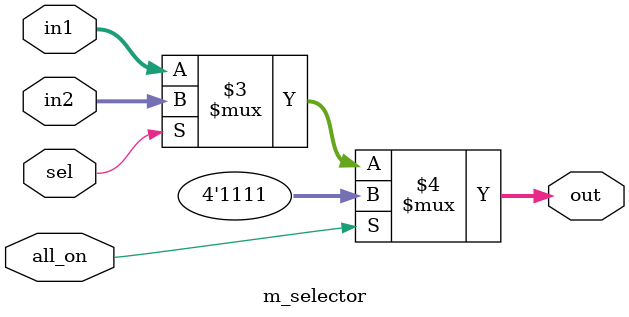
<source format=v>
module m_selector(input sel, input all_on, input [3:0] in1, input [3:0] in2, output [3:0] out);

    assign out = (all_on==1'b1) ? 4'hf : ((sel==1'b0) ? in1 : in2);

endmodule
</source>
